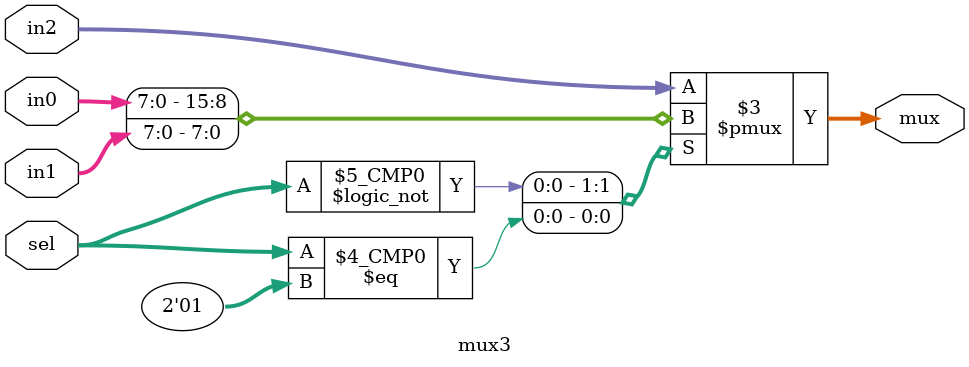
<source format=v>
`timescale 1ns/1ps
`define N 8
module mux2
(
	input [`N-1:0] in0,
	input [`N-1:0] in1,
	input sel,
	output [`N-1:0] mux
);

assign mux=sel==0 ? in0: in1;

endmodule


//Mux_3ways
module mux3
(
	input [`N-1:0] in0,
	input [`N-1:0] in1,
	input [`N-1:0] in2,
	input [1:0] sel,
	output reg [`N-1:0] mux
);

always@(*)
begin
	case(sel)
		2'b00:mux=in0;
		2'b01:mux=in1;
		default:mux=in2;
	endcase
end
endmodule



</source>
